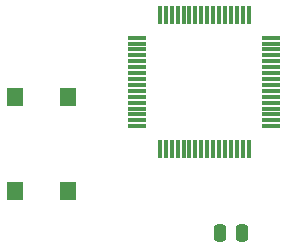
<source format=gbr>
G04 #@! TF.GenerationSoftware,KiCad,Pcbnew,7.0.8*
G04 #@! TF.CreationDate,2023-11-02T17:05:36-04:00*
G04 #@! TF.ProjectId,MCU+IMU,4d43552b-494d-4552-9e6b-696361645f70,rev?*
G04 #@! TF.SameCoordinates,Original*
G04 #@! TF.FileFunction,Paste,Top*
G04 #@! TF.FilePolarity,Positive*
%FSLAX46Y46*%
G04 Gerber Fmt 4.6, Leading zero omitted, Abs format (unit mm)*
G04 Created by KiCad (PCBNEW 7.0.8) date 2023-11-02 17:05:36*
%MOMM*%
%LPD*%
G01*
G04 APERTURE LIST*
G04 Aperture macros list*
%AMRoundRect*
0 Rectangle with rounded corners*
0 $1 Rounding radius*
0 $2 $3 $4 $5 $6 $7 $8 $9 X,Y pos of 4 corners*
0 Add a 4 corners polygon primitive as box body*
4,1,4,$2,$3,$4,$5,$6,$7,$8,$9,$2,$3,0*
0 Add four circle primitives for the rounded corners*
1,1,$1+$1,$2,$3*
1,1,$1+$1,$4,$5*
1,1,$1+$1,$6,$7*
1,1,$1+$1,$8,$9*
0 Add four rect primitives between the rounded corners*
20,1,$1+$1,$2,$3,$4,$5,0*
20,1,$1+$1,$4,$5,$6,$7,0*
20,1,$1+$1,$6,$7,$8,$9,0*
20,1,$1+$1,$8,$9,$2,$3,0*%
G04 Aperture macros list end*
%ADD10RoundRect,0.250000X0.250000X0.475000X-0.250000X0.475000X-0.250000X-0.475000X0.250000X-0.475000X0*%
%ADD11RoundRect,0.075000X-0.700000X-0.075000X0.700000X-0.075000X0.700000X0.075000X-0.700000X0.075000X0*%
%ADD12RoundRect,0.075000X-0.075000X-0.700000X0.075000X-0.700000X0.075000X0.700000X-0.075000X0.700000X0*%
%ADD13R,1.400000X1.600000*%
G04 APERTURE END LIST*
D10*
G04 #@! TO.C,C7*
X140900000Y-113750000D03*
X139000000Y-113750000D03*
G04 #@! TD*
D11*
G04 #@! TO.C,U2*
X132000000Y-97250000D03*
X132000000Y-97750000D03*
X132000000Y-98250000D03*
X132000000Y-98750000D03*
X132000000Y-99250000D03*
X132000000Y-99750000D03*
X132000000Y-100250000D03*
X132000000Y-100750000D03*
X132000000Y-101250000D03*
X132000000Y-101750000D03*
X132000000Y-102250000D03*
X132000000Y-102750000D03*
X132000000Y-103250000D03*
X132000000Y-103750000D03*
X132000000Y-104250000D03*
X132000000Y-104750000D03*
D12*
X133925000Y-106675000D03*
X134425000Y-106675000D03*
X134925000Y-106675000D03*
X135425000Y-106675000D03*
X135925000Y-106675000D03*
X136425000Y-106675000D03*
X136925000Y-106675000D03*
X137425000Y-106675000D03*
X137925000Y-106675000D03*
X138425000Y-106675000D03*
X138925000Y-106675000D03*
X139425000Y-106675000D03*
X139925000Y-106675000D03*
X140425000Y-106675000D03*
X140925000Y-106675000D03*
X141425000Y-106675000D03*
D11*
X143350000Y-104750000D03*
X143350000Y-104250000D03*
X143350000Y-103750000D03*
X143350000Y-103250000D03*
X143350000Y-102750000D03*
X143350000Y-102250000D03*
X143350000Y-101750000D03*
X143350000Y-101250000D03*
X143350000Y-100750000D03*
X143350000Y-100250000D03*
X143350000Y-99750000D03*
X143350000Y-99250000D03*
X143350000Y-98750000D03*
X143350000Y-98250000D03*
X143350000Y-97750000D03*
X143350000Y-97250000D03*
D12*
X141425000Y-95325000D03*
X140925000Y-95325000D03*
X140425000Y-95325000D03*
X139925000Y-95325000D03*
X139425000Y-95325000D03*
X138925000Y-95325000D03*
X138425000Y-95325000D03*
X137925000Y-95325000D03*
X137425000Y-95325000D03*
X136925000Y-95325000D03*
X136425000Y-95325000D03*
X135925000Y-95325000D03*
X135425000Y-95325000D03*
X134925000Y-95325000D03*
X134425000Y-95325000D03*
X133925000Y-95325000D03*
G04 #@! TD*
D13*
G04 #@! TO.C,SW1*
X121660700Y-110260789D03*
X121660700Y-102260789D03*
X126160700Y-110260789D03*
X126160700Y-102260789D03*
G04 #@! TD*
M02*

</source>
